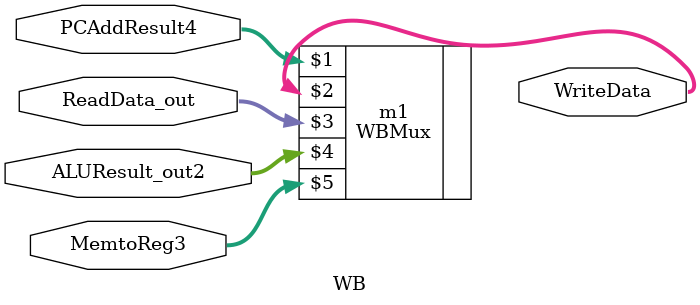
<source format=v>
`timescale 1ns / 1ps


module WB(PCAddResult4,ReadData_out,ALUResult_out2,MemtoReg3,WriteData);
    input [31:0]ReadData_out,ALUResult_out2,PCAddResult4;
    input [1:0]MemtoReg3;
    output [31:0] WriteData;
    
    
    WBMux m1(PCAddResult4,WriteData, ReadData_out, ALUResult_out2, MemtoReg3);
    
endmodule

</source>
